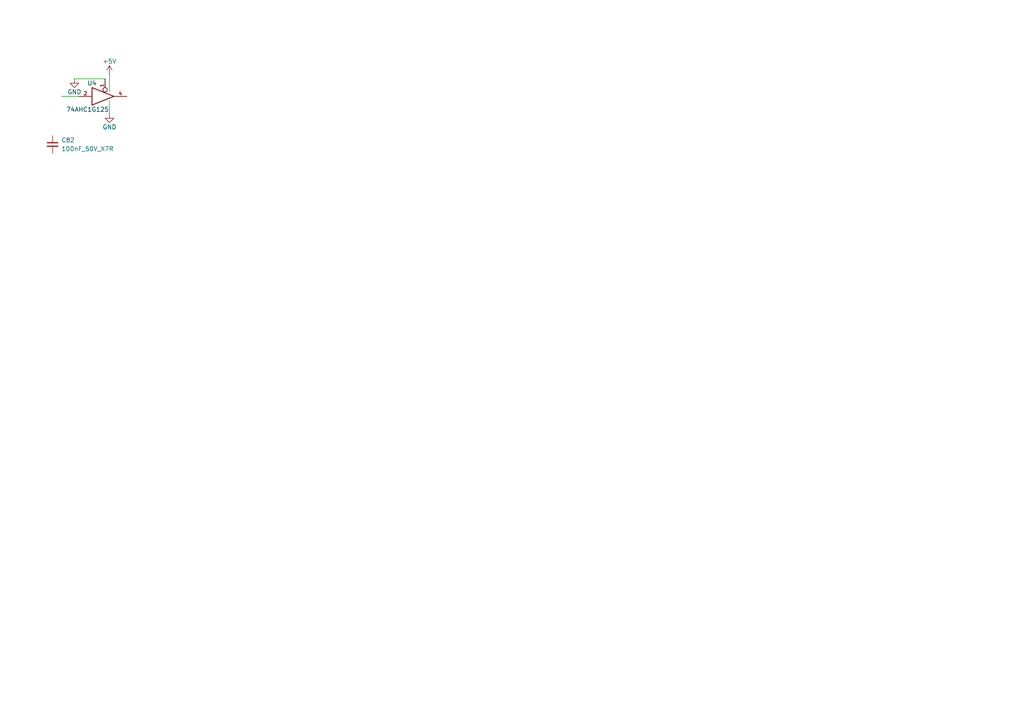
<source format=kicad_sch>
(kicad_sch (version 20250114) (generator "eeschema") (generator_version "9.0")
  (paper "A4")
  (lib_symbols
    (symbol "jlcpcb-basic-capacitor-0402:100nF,50V,X7R "
      (property "Reference" "C" (at 1.71 0.508 0))
      (property "Value" "100nF,50V,X7R" (at 1.71 -1.016 0))
      (symbol "100nF,50V,X7R _0_0"
        (polyline (pts (xy -1.524 0.508) (xy 1.524 0.508)) (stroke (width 0.3048)))
        (polyline (pts (xy -1.524 -0.508) (xy 1.524 -0.508)) (stroke (width 0.3048)))
        (pin passive line (at 0 2.54 270) (length 2.032) (name "~") (number "1"))
        (pin passive line (at 0 -2.54 90) (length 2.032) (name "~") (number "2"))
      )
    )
    (symbol "power:+5V" (power) (pin_names (offset 0))
      (property "Value" "+5V" (at 0 3.556 0))
      (symbol "+5V_0_1"
        (polyline (pts (xy -0.762 1.27) (xy 0 2.54)))
        (polyline (pts (xy 0 2.54) (xy 0.762 1.27)))
        (polyline (pts (xy 0 0) (xy 0 2.54)))
      )
      (symbol "+5V_1_1"
        (pin power_in line (at 0 0 90) (length 0) (hide yes) (name "+5V") (number "1"))
      )
    )
    (symbol "power:GND" (power) (pin_names (offset 0))
      (property "Value" "GND" (at 0 -3.81 0))
      (symbol "GND_0_1"
        (polyline (pts (xy 0 0) (xy 0 -1.27) (xy 1.27 -1.27) (xy 0 -2.54) (xy -1.27 -1.27) (xy 0 -1.27)))
      )
      (symbol "GND_1_1"
        (pin power_in line (at 0 0 270) (length 0) (hide yes) (name "GND") (number "1"))
      )
    )
    (symbol "tom-semiconductors:74AHC1G125" (pin_names (offset 1.016))
      (property "Reference" "U" (at -2.54 3.81 0))
      (property "Value" "74AHC1G125" (at 0 -3.81 0))
      (property "LCSC" "C7468" (at 0 0 0))
      (symbol "74AHC1G125_0_1"
        (polyline (pts (xy -3.81 2.54) (xy -3.81 -2.54) (xy 2.54 0) (xy -3.81 2.54)) (stroke (width 0.254)))
      )
      (symbol "74AHC1G125_1_1"
        (pin input line (at -7.62 0 0) (length 3.81) (name "~") (number "2"))
        (pin input inverted (at 0 5.08 270) (length 3.81) (name "~") (number "1"))
        (pin power_in line (at 1.27 1.27 90) (length 0) (hide yes) (name "VCC") (number "5"))
        (pin power_in line (at 1.27 -1.27 270) (length 0) (hide yes) (name "GND") (number "3"))
        (pin tri_state line (at 6.35 0 180) (length 3.81) (name "~") (number "4"))
      )
    )
  )
  (wire (pts (xy 17.78 27.94) (xy 22.86 27.94)))
  (wire (pts (xy 31.75 21.59) (xy 31.75 26.67)))
  (wire (pts (xy 21.59 22.86) (xy 30.48 22.86)))
  (wire (pts (xy 31.75 29.21) (xy 31.75 33.02)))
  (symbol (lib_id "jlcpcb-basic-capacitor-0402:100nF,50V,X7R ") (at 15.24 41.91 0) (unit 1)
    (property "Reference" "C82" (at 17.78 40.64 0) (effects (justify left)))
    (property "Value" "100nF_50V_X7R" (at 17.78 43.18 0) (effects (justify left)))
    (property "Footprint" "tom-passives:C_0402_1005Metric" (effects (hide yes)))
    (property "Datasheet" "https://datasheet.lcsc.com/lcsc/1810191222_Samsung-Electro-Mechanics-CL05B104KB54PNC_C307331.pdf" (effects (hide yes)))
    (property "LCSC" "C307331" (effects (hide yes)))
    (property "MFG" "Samsung Electro-Mechanics" (effects (hide yes)))
    (property "MFGPN" "CL05B104KB54PNC" (effects (hide yes)))
  )
  (symbol (lib_id "power:GND") (at 31.75 33.02 0) (unit 1)
    (property "Reference" "#PWR017" (effects (hide yes)))
    (property "Value" "GND" (at 31.75 36.83 0))
  )
  (symbol (lib_id "power:+5V") (at 31.75 21.59 0) (unit 1)
    (property "Reference" "#PWR016" (effects (hide yes)))
    (property "Value" "+5V" (at 31.75 17.78 0))
  )
  (symbol (lib_id "tom-semiconductors:74AHC1G125") (at 30.48 27.94 0) (unit 1)
    (property "Reference" "U4" (at 26.67 24.13 0))
    (property "Value" "74AHC1G125" (at 25.4 31.75 0))
    (property "Footprint" "tom-semiconductors:SOT-23-5" (effects (hide yes)))
    (property "Datasheet" "http://www.ti.com/lit/sg/scyt129e/scyt129e.pdf" (effects (hide yes)))
    (property "LCSC" "C7468" (effects (hide yes)))
  )
  (symbol (lib_id "power:GND") (at 21.59 22.86 0) (unit 1)
    (property "Reference" "#PWR015" (effects (hide yes)))
    (property "Value" "GND" (at 21.59 26.67 0))
  )
)
</source>
